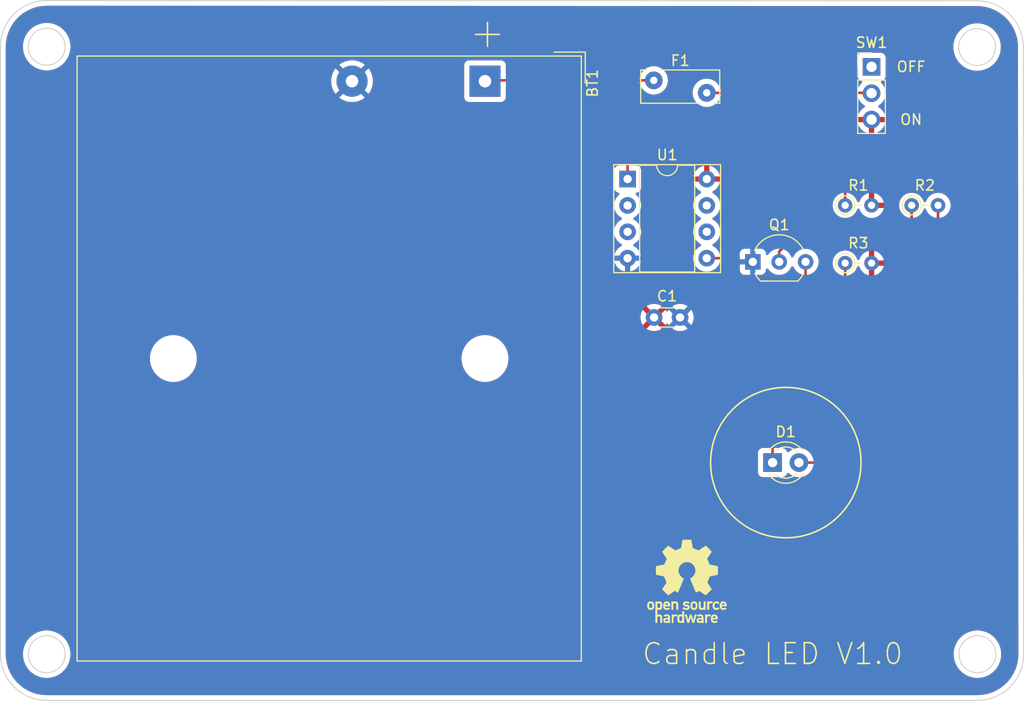
<source format=kicad_pcb>
(kicad_pcb (version 20211014) (generator pcbnew)
  (layers (0 "F.Cu" signal) (31 "B.Cu" signal) (34 "B.Paste" user) (35 "F.Paste" user) (36 "B.SilkS" user "B.Silkscreen") (37 "F.SilkS" user "F.Silkscreen") (38 "B.Mask" user) (39 "F.Mask" user) (44 "Edge.Cuts" user))
  (net 0 "")
  (net 1 "Net-(BT1-Pad1)")
  (net 2 "Net-(D1-Pad2)")
  (net 3 "Net-(R1-Pad1)")
  (net 4 "+BATT")
  (net 5 "GND")
  (net 10 "Net-(R2-Pad1)")
  (net 11 "Net-(F1-Pad2)")
  (net 13 "Net-(D1-Pad1)")
  (net 14 "Net-(Q1-Pad2)")
  (footprint "Package_DIP:DIP-8_W7.62mm_Socket" (layer "F.Cu") (at 102.245 98.435)
    (fp_text reference "U1" (at 3.81 -2.33) (layer "F.SilkS"))
    (fp_text value "ATtiny85-20P")
    (fp_line (start 1.16 8.95) (end 6.46 8.95) (layer "F.SilkS") (width 0.12))
    (fp_line (start 1.16 -1.33) (end 1.16 8.95) (layer "F.SilkS") (width 0.12))
    (fp_line (start -1.33 9.01) (end 8.95 9.01) (layer "F.SilkS") (width 0.12))
    (fp_line (start 8.95 -1.39) (end -1.33 -1.39) (layer "F.SilkS") (width 0.12))
    (fp_line (start 6.46 8.95) (end 6.46 -1.33) (layer "F.SilkS") (width 0.12))
    (fp_line (start 6.46 -1.33) (end 4.81 -1.33) (layer "F.SilkS") (width 0.12))
    (fp_line (start 2.81 -1.33) (end 1.16 -1.33) (layer "F.SilkS") (width 0.12))
    (fp_line (start -1.33 -1.39) (end -1.33 9.01) (layer "F.SilkS") (width 0.12))
    (fp_line (start 8.95 9.01) (end 8.95 -1.39) (layer "F.SilkS") (width 0.12))
    (fp_arc (start 4.81 -1.33) (mid 3.81 -0.33) (end 2.81 -1.33) (layer "F.SilkS") (width 0.12))
    (pad "1" thru_hole rect locked (at 0 0) (size 1.6 1.6) (drill 0.8) (layers *.Cu *.Mask) (net 3 "Net-(R1-Pad1)"))
    (pad "2" thru_hole oval locked (at 0 2.54) (size 1.6 1.6) (drill 0.8) (layers *.Cu *.Mask))
    (pad "3" thru_hole oval locked (at 0 5.08) (size 1.6 1.6) (drill 0.8) (layers *.Cu *.Mask))
    (pad "4" thru_hole oval locked (at 0 7.62) (size 1.6 1.6) (drill 0.8) (layers *.Cu *.Mask) (net 5 "GND"))
    (pad "5" thru_hole oval locked (at 7.62 7.62) (size 1.6 1.6) (drill 0.8) (layers *.Cu *.Mask) (net 10 "Net-(R2-Pad1)"))
    (pad "6" thru_hole oval locked (at 7.62 5.08) (size 1.6 1.6) (drill 0.8) (layers *.Cu *.Mask))
    (pad "7" thru_hole oval locked (at 7.62 2.54) (size 1.6 1.6) (drill 0.8) (layers *.Cu *.Mask))
    (pad "8" thru_hole oval locked (at 7.62 0) (size 1.6 1.6) (drill 0.8) (layers *.Cu *.Mask) (net 4 "+BATT"))
  )
  (footprint "Symbol:OSHW-Logo_7.5x8mm_SilkScreen" (layer "F.Cu") (at 107.95 137.16)
    (fp_text reference "REF**" hide)
    (fp_text value "OSHW-Logo_7.5x8mm_SilkScreen" hide)
    (fp_poly (pts (xy -3.373216 1.947104) (xy -3.285795 1.985754) (xy -3.21943 2.05029) (xy -3.174024 2.140812) (xy -3.149482 2.257418) (xy -3.147723 2.275624) (xy -3.146344 2.403984) (xy -3.164216 2.516496) (xy -3.20025 2.607688) (xy -3.219545 2.637022) (xy -3.286755 2.699106) (xy -3.37235 2.739316) (xy -3.46811 2.756003) (xy -3.565813 2.747517) (xy -3.640083 2.72138) (xy -3.703953 2.677335) (xy -3.756154 2.619587) (xy -3.757057 2.618236) (xy -3.778256 2.582593) (xy -3.792033 2.546752) (xy -3.800376 2.501519) (xy -3.805273 2.437701) (xy -3.807431 2.385368) (xy -3.808329 2.33791) (xy -3.641257 2.33791) (xy -3.639624 2.385154) (xy -3.633696 2.448046) (xy -3.623239 2.488407) (xy -3.604381 2.517122) (xy -3.586719 2.533896) (xy -3.524106 2.569016) (xy -3.458592 2.57371) (xy -3.397579 2.54844) (xy -3.367072 2.520124) (xy -3.345089 2.491589) (xy -3.332231 2.464284) (xy -3.326588 2.42875) (xy -3.326249 2.375524) (xy -3.327988 2.326506) (xy -3.331729 2.256482) (xy -3.337659 2.211064) (xy -3.348347 2.18144) (xy -3.366361 2.158797) (xy -3.380637 2.145855) (xy -3.440349 2.11186) (xy -3.504766 2.110165) (xy -3.558781 2.130301) (xy -3.60486 2.172352) (xy -3.632311 2.241428) (xy -3.641257 2.33791) (xy -3.808329 2.33791) (xy -3.809401 2.281299) (xy -3.806036 2.203468) (xy -3.795955 2.14493) (xy -3.777774 2.098737) (xy -3.75011 2.057942) (xy -3.739854 2.045828) (xy -3.675722 1.985474) (xy -3.606934 1.95022) (xy -3.522811 1.93545) (xy -3.481791 1.934243) (xy -3.373216 1.947104)) (layer "F.SilkS") (width 0.01) (fill solid))
    (fp_poly (pts (xy 3.558784 1.935554) (xy 3.601574 1.945949) (xy 3.683609 1.984013) (xy 3.753757 2.042149) (xy 3.802305 2.111852) (xy 3.808975 2.127502) (xy 3.818124 2.168496) (xy 3.824529 2.229138) (xy 3.82671 2.29043) (xy 3.82671 2.406316) (xy 3.584407 2.406316) (xy 3.484471 2.406693) (xy 3.414069 2.408987) (xy 3.369313 2.414938) (xy 3.346315 2.426285) (xy 3.341189 2.444771) (xy 3.350048 2.472136) (xy 3.365917 2.504155) (xy 3.410184 2.557592) (xy 3.471699 2.584215) (xy 3.546885 2.583347) (xy 3.632053 2.554371) (xy 3.705659 2.518611) (xy 3.766734 2.566904) (xy 3.82781 2.615197) (xy 3.770351 2.668285) (xy 3.693641 2.718445) (xy 3.599302 2.748688) (xy 3.497827 2.757151) (xy 3.399711 2.741974) (xy 3.383881 2.736824) (xy 3.297647 2.691791) (xy 3.233501 2.624652) (xy 3.190091 2.533405) (xy 3.166064 2.416044) (xy 3.165784 2.413529) (xy 3.163633 2.285627) (xy 3.172329 2.239997) (xy 3.342105 2.239997) (xy 3.357697 2.247013) (xy 3.400029 2.252388) (xy 3.462434 2.255457) (xy 3.501981 2.255921) (xy 3.575728 2.25563) (xy 3.62184 2.253783) (xy 3.6461 2.248912) (xy 3.654294 2.239555) (xy 3.652206 2.224245) (xy 3.650455 2.218322) (xy 3.62056 2.162668) (xy 3.573542 2.117815) (xy 3.532049 2.098105) (xy 3.476926 2.099295) (xy 3.421068 2.123875) (xy 3.374212 2.16457) (xy 3.346094 2.214108) (xy 3.342105 2.239997) (xy 3.172329 2.239997) (xy 3.185074 2.173133) (xy 3.227611 2.078727) (xy 3.288747 2.005088) (xy 3.365985 1.954893) (xy 3.45683 1.930822) (xy 3.558784 1.935554)) (layer "F.SilkS") (width 0.01) (fill solid))
    (fp_poly (pts (xy -1.320119 3.193486) (xy -1.295112 3.200982) (xy -1.28705 3.217451) (xy -1.286711 3.224886) (xy -1.285264 3.245594) (xy -1.275302 3.248845) (xy -1.248388 3.234648) (xy -1.232402 3.224948) (xy -1.181967 3.204175) (xy -1.121728 3.193904) (xy -1.058566 3.193114) (xy -0.999363 3.200786) (xy -0.950998 3.215898) (xy -0.920354 3.237432) (xy -0.914311 3.264366) (xy -0.917361 3.27166) (xy -0.939594 3.301937) (xy -0.97407 3.339175) (xy -0.980306 3.345195) (xy -1.013167 3.372875) (xy -1.04152 3.381818) (xy -1.081173 3.375576) (xy -1.097058 3.371429) (xy -1.146491 3.361467) (xy -1.181248 3.365947) (xy -1.2106 3.381746) (xy -1.237487 3.402949) (xy -1.25729 3.429614) (xy -1.271052 3.466827) (xy -1.279816 3.519673) (xy -1.284626 3.593237) (xy -1.286526 3.692605) (xy -1.286711 3.752601) (xy -1.286711 4.010526) (xy -1.453816 4.010526) (xy -1.453816 3.19171) (xy -1.370264 3.19171) (xy -1.320119 3.193486)) (layer "F.SilkS") (width 0.01) (fill solid))
    (fp_poly (pts (xy -1.802982 1.957027) (xy -1.78633 1.964866) (xy -1.728695 2.007086) (xy -1.674195 2.0687) (xy -1.633501 2.136543) (xy -1.621926 2.167734) (xy -1.611366 2.223449) (xy -1.605069 2.290781) (xy -1.604304 2.318585) (xy -1.604211 2.406316) (xy -2.10915 2.406316) (xy -2.098387 2.45227) (xy -2.071967 2.50662) (xy -2.025778 2.553591) (xy -1.970828 2.583848) (xy -1.935811 2.590131) (xy -1.888323 2.582506) (xy -1.831665 2.563383) (xy -1.812418 2.554584) (xy -1.741241 2.519036) (xy -1.680498 2.565367) (xy -1.645448 2.596703) (xy -1.626798 2.622567) (xy -1.625853 2.630158) (xy -1.642515 2.648556) (xy -1.67903 2.676515) (xy -1.712172 2.698327) (xy -1.801607 2.737537) (xy -1.901871 2.755285) (xy -2.001246 2.75067) (xy -2.080461 2.726551) (xy -2.16212 2.674884) (xy -2.220151 2.606856) (xy -2.256454 2.518843) (xy -2.272928 2.407216) (xy -2.274389 2.356138) (xy -2.268543 2.239091) (xy -2.267825 2.235686) (xy -2.100511 2.235686) (xy -2.095903 2.246662) (xy -2.076964 2.252715) (xy -2.037902 2.25531) (xy -1.972923 2.25591) (xy -1.947903 2.255921) (xy -1.871779 2.255014) (xy -1.823504 2.25172) (xy -1.79754 2.245181) (xy -1.788352 2.234537) (xy -1.788027 2.231119) (xy -1.798513 2.203956) (xy -1.824758 2.165903) (xy -1.836041 2.152579) (xy -1.877928 2.114896) (xy -1.921591 2.10008) (xy -1.945115 2.098842) (xy -2.008757 2.114329) (xy -2.062127 2.15593) (xy -2.095981 2.216353) (xy -2.096581 2.218322) (xy -2.100511 2.235686) (xy -2.267825 2.235686) (xy -2.249101 2.146928) (xy -2.214078 2.07319) (xy -2.171244 2.020848) (xy -2.092052 1.964092) (xy -1.99896 1.933762) (xy -1.899945 1.931021) (xy -1.802982 1.957027)) (layer "F.SilkS") (width 0.01) (fill solid))
    (fp_poly (pts (xy 0.37413 3.195104) (xy 0.44022 3.200066) (xy 0.526626 3.459079) (xy 0.613031 3.718092) (xy 0.640124 3.626184) (xy 0.656428 3.569384) (xy 0.677875 3.492625) (xy 0.701035 3.408251) (xy 0.71328 3.362993) (xy 0.759344 3.19171) (xy 0.949387 3.19171) (xy 0.892582 3.371349) (xy 0.864607 3.459704) (xy 0.830813 3.566281) (xy 0.79552 3.677454) (xy 0.764013 3.776579) (xy 0.69225 4.002171) (xy 0.537286 4.012253) (xy 0.49527 3.873528) (xy 0.469359 3.787351) (xy 0.441083 3.692347) (xy 0.416369 3.608441) (xy 0.415394 3.605102) (xy 0.396935 3.548248) (xy 0.380649 3.509456) (xy 0.369242 3.494787) (xy 0.366898 3.496483) (xy 0.358671 3.519225) (xy 0.343038 3.56794) (xy 0.321904 3.636502) (xy 0.29717 3.718785) (xy 0.283787 3.764046) (xy 0.211311 4.010526) (xy 0.057495 4.010526) (xy -0.065469 3.622006) (xy -0.100012 3.513022) (xy -0.131479 3.414048) (xy -0.158384 3.329736) (xy -0.179241 3.264734) (xy -0.192562 3.223692) (xy -0.196612 3.211701) (xy -0.193406 3.199423) (xy -0.168235 3.194046) (xy -0.115854 3.194584) (xy -0.107655 3.19499) (xy -0.010518 3.200066) (xy 0.0531 3.434013) (xy 0.076484 3.519333) (xy 0.097381 3.594335) (xy 0.113951 3.652507) (xy 0.124354 3.687337) (xy 0.126276 3.693016) (xy 0.134241 3.686486) (xy 0.150304 3.652654) (xy 0.172621 3.596127) (xy 0.199345 3.52151) (xy 0.221937 3.454107) (xy 0.308041 3.190143) (xy 0.37413 3.195104)) (layer "F.SilkS") (width 0.01) (fill solid))
    (fp_poly (pts (xy -1.002043 1.952226) (xy -0.960454 1.97209) (xy -0.920175 2.000784) (xy -0.88949 2.033809) (xy -0.867139 2.075931) (xy -0.851864 2.131915) (xy -0.842408 2.206528) (xy -0.837513 2.304535) (xy -0.835919 2.430702) (xy -0.835894 2.443914) (xy -0.835527 2.740526) (xy -1.019343 2.740526) (xy -1.019343 2.467081) (xy -1.019473 2.365777) (xy -1.020379 2.292353) (xy -1.022827 2.241271) (xy -1.027586 2.20699) (xy -1.035426 2.183971) (xy -1.047115 2.166673) (xy -1.063398 2.149581) (xy -1.120366 2.112857) (xy -1.182555 2.106042) (xy -1.241801 2.129261) (xy -1.262405 2.146543) (xy -1.27753 2.162791) (xy -1.28839 2.180191) (xy -1.29569 2.204212) (xy -1.300137 2.240322) (xy -1.302436 2.293988) (xy -1.303296 2.37068) (xy -1.303422 2.464043) (xy -1.303422 2.740526) (xy -1.487237 2.740526) (xy -1.487237 1.938421) (xy -1.395329 1.938421) (xy -1.340149 1.940603) (xy -1.31168 1.948351) (xy -1.303425 1.963468) (xy -1.303422 1.963916) (xy -1.299592 1.97872) (xy -1.282699 1.97704) (xy -1.249112 1.960773) (xy -1.172937 1.93684) (xy -1.0858 1.934178) (xy -1.002043 1.952226)) (layer "F.SilkS") (width 0.01) (fill solid))
    (fp_poly (pts (xy 1.379992 3.196673) (xy 1.450427 3.21378) (xy 1.470787 3.222844) (xy 1.510253 3.246583) (xy 1.540541 3.273321) (xy 1.562952 3.307699) (xy 1.578786 3.35436) (xy 1.589343 3.417946) (xy 1.595924 3.503099) (xy 1.599828 3.614462) (xy 1.60131 3.688849) (xy 1.606765 4.010526) (xy 1.51358 4.010526) (xy 1.457047 4.008156) (xy 1.427922 4.000055) (xy 1.420394 3.986451) (xy 1.41642 3.971741) (xy 1.398652 3.974554) (xy 1.37444 3.986348) (xy 1.313828 4.004427) (xy 1.235929 4.009299) (xy 1.153995 4.00133) (xy 1.081281 3.980889) (xy 1.074759 3.978051) (xy 1.008302 3.931365) (xy 0.964491 3.866464) (xy 0.944332 3.7906) (xy 0.945872 3.763344) (xy 1.110345 3.763344) (xy 1.124837 3.800024) (xy 1.167805 3.826309) (xy 1.237129 3.840417) (xy 1.274177 3.84229) (xy 1.335919 3.837494) (xy 1.37696 3.818858) (xy 1.386973 3.81) (xy 1.4141 3.761806) (xy 1.420394 3.718092) (xy 1.420394 3.659605) (xy 1.33893 3.659605) (xy 1.244234 3.664432) (xy 1.177813 3.679613) (xy 1.135846 3.7062) (xy 1.126449 3.718052) (xy 1.110345 3.763344) (xy 0.945872 3.763344) (xy 0.948829 3.711026) (xy 0.978985 3.634995) (xy 1.020131 3.583612) (xy 1.045052 3.561397) (xy 1.069448 3.546798) (xy 1.101191 3.537897) (xy 1.148152 3.532775) (xy 1.218204 3.529515) (xy 1.24599 3.528577) (xy 1.420394 3.522879) (xy 1.420138 3.470091) (xy 1.413384 3.414603) (xy 1.388964 3.381052) (xy 1.33963 3.359618) (xy 1.338306 3.359236) (xy 1.26836 3.350808) (xy 1.199914 3.361816) (xy 1.149047 3.388585) (xy 1.128637 3.401803) (xy 1.106654 3.399974) (xy 1.072826 3.380824) (xy 1.052961 3.367308) (xy 1.014106 3.338432) (xy 0.990038 3.316786) (xy 0.986176 3.310589) (xy 1.002079 3.278519) (xy 1.049065 3.240219) (xy 1.069473 3.227297) (xy 1.128143 3.205041) (xy 1.207212 3.192432) (xy 1.295041 3.1896) (xy 1.379992 3.196673)) (layer "F.SilkS") (width 0.01) (fill solid))
    (fp_poly (pts (xy 0.811669 1.94831) (xy 0.896192 1.99434) (xy 0.962321 2.067006) (xy 0.993478 2.126106) (xy 1.006855 2.178305) (xy 1.015522 2.252719) (xy 1.019237 2.338442) (xy 1.017754 2.424569) (xy 1.010831 2.500193) (xy 1.002745 2.540584) (xy 0.975465 2.59584) (xy 0.92822 2.65453) (xy 0.871282 2.705852) (xy 0.814924 2.739005) (xy 0.81355 2.739531) (xy 0.743616 2.754018) (xy 0.660737 2.754377) (xy 0.581977 2.741188) (xy 0.551566 2.730617) (xy 0.473239 2.686201) (xy 0.417143 2.628007) (xy 0.380286 2.550965) (xy 0.35968 2.450001) (xy 0.355018 2.397116) (xy 0.355613 2.330663) (xy 0.534736 2.330663) (xy 0.54077 2.42763) (xy 0.558138 2.501523) (xy 0.58574 2.548736) (xy 0.605404 2.562237) (xy 0.655787 2.571651) (xy 0.715673 2.568864) (xy 0.767449 2.555316) (xy 0.781027 2.547862) (xy 0.816849 2.504451) (xy 0.840493 2.438014) (xy 0.850558 2.357161) (xy 0.845642 2.270502) (xy 0.834655 2.218349) (xy 0.803109 2.157951) (xy 0.753311 2.120197) (xy 0.693337 2.107143) (xy 0.631264 2.120849) (xy 0.583582 2.154372) (xy 0.558525 2.182031) (xy 0.5439 2.209294) (xy 0.536929 2.24619) (xy 0.534833 2.30275) (xy 0.534736 2.330663) (xy 0.355613 2.330663) (xy 0.356282 2.255994) (xy 0.379265 2.140271) (xy 0.423972 2.049941) (xy 0.490405 1.985) (xy 0.578565 1.945445) (xy 0.597495 1.940858) (xy 0.711266 1.93009) (xy 0.811669 1.94831)) (layer "F.SilkS") (width 0.01) (fill solid))
    (fp_poly (pts (xy 2.173167 3.191447) (xy 2.237408 3.204112) (xy 2.27398 3.222864) (xy 2.312453 3.254017) (xy 2.257717 3.323127) (xy 2.223969 3.364979) (xy 2.201053 3.385398) (xy 2.178279 3.388517) (xy 2.144956 3.378472) (xy 2.129314 3.372789) (xy 2.065542 3.364404) (xy 2.00714 3.382378) (xy 1.964264 3.422982) (xy 1.957299 3.435929) (xy 1.949713 3.470224) (xy 1.943859 3.533427) (xy 1.940011 3.62106) (xy 1.938443 3.72864) (xy 1.938421 3.743944) (xy 1.938421 4.010526) (xy 1.754605 4.010526) (xy 1.754605 3.19171) (xy 1.846513 3.19171) (xy 1.899507 3.193094) (xy 1.927115 3.199252) (xy 1.937324 3.213194) (xy 1.938421 3.226344) (xy 1.938421 3.260978) (xy 1.98245 3.226344) (xy 2.032937 3.202716) (xy 2.10076 3.191033) (xy 2.173167 3.191447)) (layer "F.SilkS") (width 0.01) (fill solid))
    (fp_poly (pts (xy 1.320131 2.198533) (xy 1.32171 2.321089) (xy 1.327481 2.414179) (xy 1.338991 2.481651) (xy 1.35779 2.527355) (xy 1.385426 2.555139) (xy 1.423448 2.568854) (xy 1.470526 2.572358) (xy 1.519832 2.568432) (xy 1.557283 2.554089) (xy 1.584428 2.525478) (xy 1.602815 2.478751) (xy 1.613993 2.410058) (xy 1.619511 2.31555) (xy 1.620921 2.198533) (xy 1.620921 1.938421) (xy 1.804736 1.938421) (xy 1.804736 2.740526) (xy 1.712828 2.740526) (xy 1.657422 2.738281) (xy 1.628891 2.730396) (xy 1.620921 2.715428) (xy 1.61612 2.702097) (xy 1.597014 2.704917) (xy 1.558504 2.723783) (xy 1.470239 2.752887) (xy 1.376623 2.750825) (xy 1.286921 2.719221) (xy 1.244204 2.694257) (xy 1.211621 2.667226) (xy 1.187817 2.633405) (xy 1.171439 2.588068) (xy 1.161131 2.526489) (xy 1.155541 2.443943) (xy 1.153312 2.335705) (xy 1.153026 2.252004) (xy 1.153026 1.938421) (xy 1.320131 1.938421) (xy 1.320131 2.198533)) (layer "F.SilkS") (width 0.01) (fill solid))
    (fp_poly (pts (xy 2.391388 1.937645) (xy 2.448865 1.955206) (xy 2.485872 1.977395) (xy 2.497927 1.994942) (xy 2.494609 2.015742) (xy 2.473079 2.048419) (xy 2.454874 2.071562) (xy 2.417344 2.113402) (xy 2.389148 2.131005) (xy 2.365111 2.129856) (xy 2.293808 2.11171) (xy 2.241442 2.112534) (xy 2.198918 2.133098) (xy 2.184642 2.145134) (xy 2.138947 2.187483) (xy 2.138947 2.740526) (xy 1.955131 2.740526) (xy 1.955131 1.938421) (xy 2.047039 1.938421) (xy 2.102219 1.940603) (xy 2.130688 1.948351) (xy 2.138943 1.963468) (xy 2.138947 1.963916) (xy 2.142845 1.979749) (xy 2.160474 1.977684) (xy 2.184901 1.966261) (xy 2.23535 1.945005) (xy 2.276316 1.932216) (xy 2.329028 1.928938) (xy 2.391388 1.937645)) (layer "F.SilkS") (width 0.01) (fill solid))
    (fp_poly (pts (xy 0.018628 1.935547) (xy 0.081908 1.947548) (xy 0.147557 1.972648) (xy 0.154572 1.975848) (xy 0.204356 2.002026) (xy 0.238834 2.026353) (xy 0.249978 2.041937) (xy 0.239366 2.067353) (xy 0.213588 2.104853) (xy 0.202146 2.118852) (xy 0.154992 2.173954) (xy 0.094201 2.138086) (xy 0.036347 2.114192) (xy -0.0305 2.10142) (xy -0.094606 2.100613) (xy -0.144236 2.112615) (xy -0.156146 2.120105) (xy -0.178828 2.15445) (xy -0.181584 2.194013) (xy -0.164612 2.22492) (xy -0.154573 2.230913) (xy -0.12449 2.238357) (xy -0.071611 2.247106) (xy -0.006425 2.255467) (xy 0.0056 2.256778) (xy 0.110297 2.274888) (xy 0.186232 2.305651) (xy 0.236592 2.351907) (xy 0.264564 2.416497) (xy 0.273278 2.495387) (xy 0.26124 2.585065) (xy 0.222151 2.655486) (xy 0.155855 2.706777) (xy 0.062194 2.739067) (xy -0.041777 2.751807) (xy -0.126562 2.751654) (xy -0.195335 2.740083) (xy -0.242303 2.724109) (xy -0.30165 2.696275) (xy -0.356494 2.663973) (xy -0.375987 2.649755) (xy -0.426119 2.608835) (xy -0.305197 2.486477) (xy -0.236457 2.531967) (xy -0.167512 2.566133) (xy -0.093889 2.584004) (xy -0.023117 2.585889) (xy 0.037274 2.572101) (xy 0.079757 2.542949) (xy 0.093474 2.518352) (xy 0.091417 2.478904) (xy 0.05733 2.448737) (xy -0.008692 2.427906) (xy -0.081026 2.418279) (xy -0.192348 2.39991) (xy -0.275048 2.365254) (xy -0.330235 2.313297) (xy -0.359012 2.243023) (xy -0.362999 2.159707) (xy -0.343307 2.072681) (xy -0.298411 2.006902) (xy -0.227909 1.962068) (xy -0.131399 1.937879) (xy -0.0599 1.933137) (xy 0.018628 1.935547)) (layer "F.SilkS") (width 0.01) (fill solid))
    (fp_poly (pts (xy 0.500964 -3.601424) (xy 0.576513 -3.200678) (xy 1.134041 -2.970846) (xy 1.468465 -3.198252) (xy 1.562122 -3.261569) (xy 1.646782 -3.318104) (xy 1.718495 -3.365273) (xy 1.773311 -3.400498) (xy 1.80728 -3.421195) (xy 1.81653 -3.425658) (xy 1.833195 -3.41418) (xy 1.868806 -3.382449) (xy 1.919371 -3.334517) (xy 1.9809 -3.274438) (xy 2.049399 -3.206267) (xy 2.120879 -3.134055) (xy 2.191347 -3.061858) (xy 2.256811 -2.993727) (xy 2.31328 -2.933717) (xy 2.356763 -2.885881) (xy 2.383268 -2.854273) (xy 2.389605 -2.843695) (xy 2.380486 -2.824194) (xy 2.35492 -2.781469) (xy 2.315597 -2.719702) (xy 2.265203 -2.643069) (xy 2.206427 -2.555752) (xy 2.172368 -2.505948) (xy 2.110289 -2.415007) (xy 2.055126 -2.332941) (xy 2.009554 -2.263837) (xy 1.97625 -2.211778) (xy 1.95789 -2.18085) (xy 1.955131 -2.17435) (xy 1.961385 -2.155879) (xy 1.978434 -2.112828) (xy 2.003703 -2.051251) (xy 2.034622 -1.977201) (xy 2.068618 -1.89673) (xy 2.103118 -1.815893) (xy 2.135551 -1.740742) (xy 2.163343 -1.677329) (xy 2.183923 -1.631707) (xy 2.194719 -1.609931) (xy 2.195356 -1.609074) (xy 2.212307 -1.604916) (xy 2.257451 -1.595639) (xy 2.32611 -1.582156) (xy 2.413602 -1.565379) (xy 2.51525 -1.546219) (xy 2.574556 -1.53517) (xy 2.683172 -1.51449) (xy 2.781277 -1.494811) (xy 2.863909 -1.477211) (xy 2.926104 -1.462767) (xy 2.962899 -1.452554) (xy 2.970296 -1.449314) (xy 2.97754 -1.427383) (xy 2.983385 -1.377853) (xy 2.987835 -1.306515) (xy 2.990893 -1.219161) (xy 2.992565 -1.121583) (xy 2.992853 -1.019574) (xy 2.991761 -0.918925) (xy 2.989294 -0.825428) (xy 2.985456 -0.744875) (xy 2.98025 -0.683058) (xy 2.973681 -0.64577) (xy 2.969741 -0.638007) (xy 2.946188 -0.628702) (xy 2.896282 -0.6154) (xy 2.826623 -0.599663) (xy 2.743813 -0.583054) (xy 2.714905 -0.577681) (xy 2.575531 -0.552152) (xy 2.465436 -0.531592) (xy 2.380982 -0.515185) (xy 2.31853 -0.502113) (xy 2.274444 -0.491559) (xy 2.245085 -0.482706) (xy 2.226815 -0.474737) (xy 2.215998 -0.466835) (xy 2.214485 -0.465273) (xy 2.199377 -0.440114) (xy 2.176329 -0.39115) (xy 2.147644 -0.324379) (xy 2.115622 -0.245795) (xy 2.082565 -0.161393) (xy 2.050773 -0.07717) (xy 2.022549 0.000879) (xy 2.000193 0.066759) (xy 1.986007 0.114473) (xy 1.982293 0.138027) (xy 1.982602 0.138852) (xy 1.995189 0.158104) (xy 2.023744 0.200463) (xy 2.065267 0.261521) (xy 2.116756 0.336868) (xy 2.175211 0.422096) (xy 2.191858 0.446315) (xy 2.251215 0.534123) (xy 2.303447 0.614238) (xy 2.345708 0.682062) (xy 2.375153 0.732993) (xy 2.388937 0.762431) (xy 2.389605 0.766048) (xy 2.378024 0.785057) (xy 2.346024 0.822714) (xy 2.297718 0.874973) (xy 2.23722 0.937786) (xy 2.168644 1.007106) (xy 2.096104 1.078885) (xy 2.023712 1.149077) (xy 1.955584 1.213635) (xy 1.895832 1.26851) (xy 1.848571 1.309656) (xy 1.817913 1.333026) (xy 1.809432 1.336842) (xy 1.789691 1.327855) (xy 1.749274 1.303616) (xy 1.694763 1.268209) (xy 1.652823 1.239711) (xy 1.576829 1.187418) (xy 1.486834 1.125845) (xy 1.396564 1.06437) (xy 1.348032 1.031469) (xy 1.183762 0.920359) (xy 1.045869 0.994916) (xy 0.983049 1.027578) (xy 0.929629 1.052966) (xy 0.893484 1.067446) (xy 0.884284 1.06946) (xy 0.873221 1.054584) (xy 0.851394 1.012547) (xy 0.820434 0.947227) (xy 0.78197 0.8625) (xy 0.737632 0.762245) (xy 0.689047 0.650339) (xy 0.637846 0.530659) (xy 0.585659 0.407084) (xy 0.534113 0.283491) (xy 0.48484 0.163757) (xy 0.439467 0.051759) (xy 0.399625 -0.048623) (xy 0.366942 -0.133514) (xy 0.343049 -0.199035) (xy 0.329574 -0.24131) (xy 0.327406 -0.255828) (xy 0.344583 -0.274347) (xy 0.38219 -0.30441) (xy 0.432366 -0.339768) (xy 0.436578 -0.342566) (xy 0.566264 -0.446375) (xy 0.670834 -0.567485) (xy 0.749381 -0.702024) (xy 0.800999 -0.846118) (xy 0.824782 -0.995895) (xy 0.819823 -1.147483) (xy 0.785217 -1.297008) (xy 0.720057 -1.4406) (xy 0.700886 -1.472016) (xy 0.601174 -1.598875) (xy 0.483377 -1.700745) (xy 0.351571 -1.777096) (xy 0.209833 -1.827398) (xy 0.062242 -1.851121) (xy -0.087127 -1.847735) (xy -0.234197 -1.816712) (xy -0.374889 -1.75752) (xy -0.505127 -1.669631) (xy -0.545414 -1.633958) (xy -0.647945 -1.522294) (xy -0.722659 -1.404743) (xy -0.77391 -1.27298) (xy -0.802454 -1.142493) (xy -0.8095 -0.995784) (xy -0.786004 -0.848347) (xy -0.734351 -0.705166) (xy -0.656929 -0.571223) (xy -0.556125 -0.451502) (xy -0.434324 -0.350986) (xy -0.418316 -0.340391) (xy -0.367602 -0.305694) (xy -0.32905 -0.27563) (xy -0.310619 -0.256435) (xy -0.310351 -0.255828) (xy -0.314308 -0.235064) (xy -0.329993 -0.187938) (xy -0.355778 -0.118327) (xy -0.390031 -0.030107) (xy -0.431123 0.072844) (xy -0.477424 0.18665) (xy -0.527304 0.307435) (xy -0.579133 0.431321) (xy -0.631281 0.554432) (xy -0.682118 0.672891) (xy -0.730013 0.782823) (xy -0.773338 0.880349) (xy -0.810462 0.961593) (xy -0.839756 1.022679) (xy -0.859588 1.05973) (xy -0.867574 1.06946) (xy -0.891979 1.061883) (xy -0.937642 1.04156) (xy -0.99669 1.012125) (xy -1.02916 0.994916) (xy -1.167053 0.920359) (xy -1.331323 1.031469) (xy -1.415179 1.08839) (xy -1.506987 1.15103) (xy -1.59302 1.210011) (xy -1.636113 1.239711) (xy -1.696723 1.28041) (xy -1.748045 1.312663) (xy -1.783385 1.332384) (xy -1.794863 1.336554) (xy -1.81157 1.325307) (xy -1.848546 1.293911) (xy -1.902205 1.245624) (xy -1.968962 1.183708) (xy -2.045234 1.111421) (xy -2.093473 1.065008) (xy -2.177867 0.982087) (xy -2.250803 0.90792) (xy -2.309331 0.84568) (xy -2.350503 0.798541) (xy -2.371372 0.769673) (xy -2.373374 0.763815) (xy -2.364083 0.741532) (xy -2.338409 0.696477) (xy -2.2992 0.633211) (xy -2.249303 0.556295) (xy -2.191567 0.470292) (xy -2.175149 0.446315) (xy -2.115323 0.35917) (xy -2.06165 0.28071) (xy -2.01713 0.215345) (xy -1.984765 0.167484) (xy -1.967555 0.141535) (xy -1.965893 0.138852) (xy -1.968379 0.118172) (xy -1.981577 0.072704) (xy -2.003186 0.008444) (xy -2.030904 -0.068613) (xy -2.06243 -0.152471) (xy -2.095463 -0.237134) (xy -2.127701 -0.316608) (xy -2.156843 -0.384896) (xy -2.180588 -0.436003) (xy -2.196635 -0.463933) (xy -2.197775 -0.465273) (xy -2.207588 -0.473255) (xy -2.224161 -0.481149) (xy -2.251132 -0.489771) (xy -2.292139 -0.499938) (xy -2.35082 -0.512469) (xy -2.430813 -0.528179) (xy -2.535755 -0.547887) (xy -2.669285 -0.572408) (xy -2.698196 -0.577681) (xy -2.783882 -0.594236) (xy -2.858582 -0.610431) (xy -2.915694 -0.624704) (xy -2.948617 -0.635492) (xy -2.953031 -0.638007) (xy -2.960306 -0.660304) (xy -2.966219 -0.710131) (xy -2.970766 -0.781696) (xy -2.973945 -0.869207) (xy -2.975749 -0.966872) (xy -2.976177 -1.068899) (xy -2.975223 -1.169497) (xy -2.972884 -1.262873) (xy -2.969156 -1.343235) (xy -2.964034 -1.404791) (xy -2.957516 -1.44175) (xy -2.953586 -1.449314) (xy -2.931708 -1.456944) (xy -2.881891 -1.469358) (xy -2.809097 -1.485478) (xy -2.718289 -1.504227) (xy -2.614431 -1.524529) (xy -2.557846 -1.53517) (xy -2.450486 -1.55524) (xy -2.354746 -1.57342) (xy -2.275306 -1.588801) (xy -2.216846 -1.600469) (xy -2.184045 -1.607512) (xy -2.178646 -1.609074) (xy -2.169522 -1.626678) (xy -2.150235 -1.669082) (xy -2.123355 -1.730228) (xy -2.091454 -1.804057) (xy -2.057102 -1.884511) (xy -2.022871 -1.965532) (xy -1.991331 -2.041063) (xy -1.965054 -2.105045) (xy -1.946611 -2.15142) (xy -1.938571 -2.174131) (xy -1.938422 -2.175124) (xy -1.947535 -2.193039) (xy -1.973086 -2.234267) (xy -2.012388 -2.294709) (xy -2.062757 -2.370269) (xy -2.121506 -2.456848) (xy -2.155658 -2.506579) (xy -2.21789 -2.597764) (xy -2.273164 -2.680551) (xy -2.318782 -2.750751) (xy -2.352048 -2.804176) (xy -2.370264 -2.836639) (xy -2.372895 -2.843917) (xy -2.361586 -2.860855) (xy -2.330319 -2.897022) (xy -2.28309 -2.948365) (xy -2.223892 -3.010833) (xy -2.156719 -3.080374) (xy -2.085566 -3.152935) (xy -2.014426 -3.224465) (xy -1.947293 -3.290913) (xy -1.888161 -3.348226) (xy -1.841025 -3.392353) (xy -1.809877 -3.419241) (xy -1.799457 -3.425658) (xy -1.782491 -3.416635) (xy -1.741911 -3.391285) (xy -1.681663 -3.35219) (xy -1.605693 -3.301929) (xy -1.517946 -3.243083) (xy -1.451756 -3.198252) (xy -1.117332 -2.970846) (xy -0.838567 -3.085762) (xy -0.559803 -3.200678) (xy -0.484254 -3.601424) (xy -0.408706 -4.002171) (xy 0.425415 -4.002171) (xy 0.500964 -3.601424)) (layer "F.SilkS") (width 0.01) (fill solid))
    (fp_poly (pts (xy 2.701193 3.196078) (xy 2.781068 3.216845) (xy 2.847962 3.259705) (xy 2.880351 3.291723) (xy 2.933445 3.367413) (xy 2.963873 3.455216) (xy 2.974327 3.56315) (xy 2.97438 3.571875) (xy 2.974473 3.659605) (xy 2.469534 3.659605) (xy 2.480298 3.705559) (xy 2.499732 3.747178) (xy 2.533745 3.790544) (xy 2.54086 3.797467) (xy 2.602003 3.834935) (xy 2.671729 3.841289) (xy 2.751987 3.816638) (xy 2.765592 3.81) (xy 2.807319 3.789819) (xy 2.835268 3.778321) (xy 2.840145 3.777258) (xy 2.857168 3.787583) (xy 2.889633 3.812845) (xy 2.906114 3.82665) (xy 2.940264 3.858361) (xy 2.951478 3.879299) (xy 2.943695 3.89856) (xy 2.939535 3.903827) (xy 2.911357 3.926878) (xy 2.864862 3.954892) (xy 2.832434 3.971246) (xy 2.740385 4.000059) (xy 2.638476 4.009395) (xy 2.541963 3.998332) (xy 2.514934 3.990412) (xy 2.431276 3.945581) (xy 2.369266 3.876598) (xy 2.328545 3.782794) (xy 2.308755 3.663498) (xy 2.306582 3.601118) (xy 2.312926 3.510298) (xy 2.473157 3.510298) (xy 2.488655 3.517012) (xy 2.530312 3.52228) (xy 2.590876 3.525389) (xy 2.631907 3.525921) (xy 2.705711 3.525408) (xy 2.752293 3.523006) (xy 2.777848 3.517422) (xy 2.788569 3.507361) (xy 2.790657 3.492763) (xy 2.776331 3.447796) (xy 2.740262 3.403353) (xy 2.692815 3.369242) (xy 2.645349 3.355288) (xy 2.580879 3.367666) (xy 2.52507 3.403452) (xy 2.486374 3.455033) (xy 2.473157 3.510298) (xy 2.312926 3.510298) (xy 2.315821 3.468866) (xy 2.344336 3.363498) (xy 2.392729 3.284178) (xy 2.461604 3.230071) (xy 2.551565 3.200343) (xy 2.6003 3.194618) (xy 2.701193 3.196078)) (layer "F.SilkS") (width 0.01) (fill solid))
    (fp_poly (pts (xy -1.839543 3.198184) (xy -1.76093 3.21916) (xy -1.701084 3.25718) (xy -1.658853 3.306978) (xy -1.645725 3.32823) (xy -1.636032 3.350492) (xy -1.629256 3.37897) (xy -1.624877 3.418871) (xy -1.622376 3.475401) (xy -1.621232 3.553767) (xy -1.620928 3.659176) (xy -1.620922 3.687142) (xy -1.620922 4.010526) (xy -1.701132 4.010526) (xy -1.752294 4.006943) (xy -1.790123 3.997866) (xy -1.799601 3.992268) (xy -1.825512 3.982606) (xy -1.851976 3.992268) (xy -1.895548 4.00433) (xy -1.95884 4.009185) (xy -2.02899 4.007078) (xy -2.09314 3.998256) (xy -2.130593 3.986937) (xy -2.203067 3.940412) (xy -2.24836 3.875846) (xy -2.268722 3.79) (xy -2.268912 3.787796) (xy -2.267125 3.749713) (xy -2.105527 3.749713) (xy -2.091399 3.79303) (xy -2.068388 3.817408) (xy -2.022196 3.835845) (xy -1.961225 3.843205) (xy -1.899051 3.839583) (xy -1.849249 3.825074) (xy -1.835297 3.815765) (xy -1.810915 3.772753) (xy -1.804737 3.723857) (xy -1.804737 3.659605) (xy -1.897182 3.659605) (xy -1.985005 3.666366) (xy -2.051582 3.68552) (xy -2.092998 3.715376) (xy -2.105527 3.749713) (xy -2.267125 3.749713) (xy -2.26451 3.694004) (xy -2.233576 3.619847) (xy -2.175419 3.563767) (xy -2.16738 3.558665) (xy -2.132837 3.542055) (xy -2.090082 3.531996) (xy -2.030314 3.527107) (xy -1.95931 3.525983) (xy -1.804737 3.525921) (xy -1.804737 3.461125) (xy -1.811294 3.41085) (xy -1.828025 3.377169) (xy -1.829984 3.375376) (xy -1.867217 3.360642) (xy -1.92342 3.354931) (xy -1.985533 3.357737) (xy -2.04049 3.368556) (xy -2.073101 3.384782) (xy -2.090772 3.39778) (xy -2.109431 3.400262) (xy -2.135181 3.389613) (xy -2.174127 3.363218) (xy -2.23237 3.318465) (xy -2.237716 3.314273) (xy -2.234977 3.29876) (xy -2.212124 3.27296) (xy -2.177391 3.244289) (xy -2.13901 3.220166) (xy -2.126952 3.21447) (xy -2.082966 3.203103) (xy -2.018513 3.194995) (xy -1.946503 3.191743) (xy -1.943136 3.191736) (xy -1.839543 3.198184)) (layer "F.SilkS") (width 0.01) (fill solid))
    (fp_poly (pts (xy -2.53664 1.952468) (xy -2.501408 1.969874) (xy -2.45796 2.000206) (xy -2.426294 2.033283) (xy -2.404606 2.074817) (xy -2.391097 2.130522) (xy -2.383962 2.206111) (xy -2.3814 2.307296) (xy -2.38125 2.350797) (xy -2.381688 2.446135) (xy -2.383504 2.514271) (xy -2.387455 2.561418) (xy -2.394298 2.59379) (xy -2.404789 2.6176) (xy -2.415704 2.633843) (xy -2.485381 2.702952) (xy -2.567434 2.744521) (xy -2.65595 2.757023) (xy -2.745019 2.738934) (xy -2.773237 2.726142) (xy -2.84079 2.690931) (xy -2.84079 3.2427) (xy -2.791488 3.217205) (xy -2.726527 3.19748) (xy -2.64668 3.192427) (xy -2.566948 3.201756) (xy -2.506735 3.222714) (xy -2.456792 3.262627) (xy -2.414119 3.319741) (xy -2.41091 3.325605) (xy -2.397378 3.353227) (xy -2.387495 3.381068) (xy -2.380691 3.414794) (xy -2.376399 3.460071) (xy -2.374049 3.522562) (xy -2.373072 3.607935) (xy -2.372895 3.70401) (xy -2.372895 4.010526) (xy -2.556711 4.010526) (xy -2.556711 3.445339) (xy -2.608125 3.402077) (xy -2.661534 3.367472) (xy -2.712112 3.36118) (xy -2.76297 3.377372) (xy -2.790075 3.393227) (xy -2.810249 3.41581) (xy -2.824597 3.44994) (xy -2.834224 3.500434) (xy -2.840237 3.572111) (xy -2.84374 3.669788) (xy -2.844974 3.734802) (xy -2.849145 4.002171) (xy -2.936875 4.007222) (xy -3.024606 4.012273) (xy -3.024606 2.353101) (xy -2.84079 2.353101) (xy -2.836104 2.4456) (xy -2.820312 2.509809) (xy -2.790817 2.549759) (xy -2.74502 2.56948) (xy -2.69875 2.573421) (xy -2.646372 2.568892) (xy -2.61161 2.551069) (xy -2.589872 2.527519) (xy -2.57276 2.502189) (xy -2.562573 2.473969) (xy -2.55804 2.434431) (xy -2.557891 2.375142) (xy -2.559416 2.325498) (xy -2.562919 2.25071) (xy -2.568133 2.201611) (xy -2.576913 2.170467) (xy -2.591114 2.149545) (xy -2.604516 2.137452) (xy -2.660513 2.111081) (xy -2.726789 2.106822) (xy -2.764844 2.115906) (xy -2.802523 2.148196) (xy -2.827481 2.211006) (xy -2.839578 2.303894) (xy -2.84079 2.353101) (xy -3.024606 2.353101) (xy -3.024606 1.938421) (xy -2.932698 1.938421) (xy -2.877517 1.940603) (xy -2.849048 1.948351) (xy -2.840794 1.963468) (xy -2.84079 1.963916) (xy -2.83696 1.97872) (xy -2.820067 1.977039) (xy -2.786481 1.960772) (xy -2.708222 1.935887) (xy -2.620173 1.933271) (xy -2.53664 1.952468)) (layer "F.SilkS") (width 0.01) (fill solid))
    (fp_poly (pts (xy 2.946576 1.945419) (xy 3.043395 1.986549) (xy 3.07389 2.006571) (xy 3.112865 2.03734) (xy 3.137331 2.061533) (xy 3.141578 2.069413) (xy 3.129584 2.086899) (xy 3.098887 2.11657) (xy 3.074312 2.137279) (xy 3.007046 2.191336) (xy 2.95393 2.146642) (xy 2.912884 2.117789) (xy 2.872863 2.107829) (xy 2.827059 2.110261) (xy 2.754324 2.128345) (xy 2.704256 2.165881) (xy 2.673829 2.226562) (xy 2.660017 2.314081) (xy 2.660013 2.314136) (xy 2.661208 2.411958) (xy 2.679772 2.48373) (xy 2.716804 2.532595) (xy 2.74205 2.549143) (xy 2.809097 2.569749) (xy 2.880709 2.569762) (xy 2.943015 2.549768) (xy 2.957763 2.54) (xy 2.99475 2.515047) (xy 3.023668 2.510958) (xy 3.054856 2.52953) (xy 3.089336 2.562887) (xy 3.143912 2.619196) (xy 3.083318 2.669142) (xy 2.989698 2.725513) (xy 2.884125 2.753293) (xy 2.773798 2.751282) (xy 2.701343 2.732862) (xy 2.616656 2.68731) (xy 2.548927 2.61565) (xy 2.518157 2.565066) (xy 2.493236 2.492488) (xy 2.480766 2.400569) (xy 2.48067 2.300948) (xy 2.49287 2.205267) (xy 2.51729 2.125169) (xy 2.521136 2.116956) (xy 2.578093 2.036413) (xy 2.655209 1.977771) (xy 2.74639 1.942247) (xy 2.845543 1.931057) (xy 2.946576 1.945419)) (layer "F.SilkS") (width 0.01) (fill solid))
    (fp_poly (pts (xy -0.267369 4.010526) (xy -0.359277 4.010526) (xy -0.412623 4.008962) (xy -0.440407 4.002485) (xy -0.45041 3.988418) (xy -0.451185 3.978906) (xy -0.452872 3.959832) (xy -0.46351 3.956174) (xy -0.491465 3.967932) (xy -0.513205 3.978906) (xy -0.596668 4.004911) (xy -0.687396 4.006416) (xy -0.761158 3.987021) (xy -0.829846 3.940165) (xy -0.882206 3.871004) (xy -0.910878 3.789427) (xy -0.911608 3.784866) (xy -0.915868 3.735101) (xy -0.917986 3.663659) (xy -0.917816 3.609626) (xy -0.73528 3.609626) (xy -0.731051 3.681441) (xy -0.721432 3.740634) (xy -0.70841 3.77406) (xy -0.659144 3.81974) (xy -0.60065 3.836115) (xy -0.540329 3.822873) (xy -0.488783 3.783373) (xy -0.469262 3.756807) (xy -0.457848 3.725106) (xy -0.452502 3.678832) (xy -0.451185 3.609328) (xy -0.453542 3.540499) (xy -0.459767 3.480026) (xy -0.468592 3.439556) (xy -0.470063 3.435929) (xy -0.505653 3.392802) (xy -0.5576 3.369124) (xy -0.615722 3.365301) (xy -0.66984 3.381738) (xy -0.709774 3.41884) (xy -0.713917 3.426222) (xy -0.726884 3.471239) (xy -0.733948 3.535967) (xy -0.73528 3.609626) (xy -0.917816 3.609626) (xy -0.917729 3.58223) (xy -0.916528 3.538405) (xy -0.908355 3.429988) (xy -0.89137 3.348588) (xy -0.863113 3.288412) (xy -0.821128 3.243666) (xy -0.780368 3.2174) (xy -0.723419 3.198935) (xy -0.652589 3.192602) (xy -0.580059 3.19776) (xy -0.518014 3.213769) (xy -0.485232 3.23292) (xy -0.451185 3.263732) (xy -0.451185 2.87421) (xy -0.267369 2.87421) (xy -0.267369 4.010526)) (layer "F.SilkS") (width 0.01) (fill solid))
  )
  (footprint "Resistor_THT:R_Axial_DIN0204_L3.6mm_D1.6mm_P2.54mm_Vertical" (layer "F.Cu") (at 123.19 100.965)
    (fp_text reference "R1" (at 1.27 -1.92) (layer "F.SilkS"))
    (fp_text value "1k")
    (fp_line (start 0.92 0) (end 1.54 0) (layer "F.SilkS") (width 0.12))
    (fp_circle (center 0 0) (end 0.92 0) (layer "F.SilkS") (width 0.12) (fill none))
    (pad "1" thru_hole circle locked (at 0 0) (size 1.4 1.4) (drill 0.7) (layers *.Cu *.Mask) (net 3 "Net-(R1-Pad1)"))
    (pad "2" thru_hole oval locked (at 2.54 0) (size 1.4 1.4) (drill 0.7) (layers *.Cu *.Mask) (net 4 "+BATT"))
  )
  (footprint "Package_TO_SOT_THT:TO-92_Inline_Wide" (layer "F.Cu") (at 114.3 106.405)
    (fp_text reference "Q1" (at 2.54 -3.56) (layer "F.SilkS"))
    (fp_text value "PN2222A")
    (fp_line (start 0.74 1.85) (end 4.34 1.85) (layer "F.SilkS") (width 0.12))
    (fp_arc (start 0.74 1.85) (mid 0.446097 1.509328) (end 0.215816 1.122795) (layer "F.SilkS") (width 0.12))
    (fp_arc (start 4.864184 1.122795) (mid 4.633903 1.509328) (end 4.34 1.85) (layer "F.SilkS") (width 0.12))
    (fp_arc (start 0.1836 -1.098807) (mid 1.143021 -2.192817) (end 2.54 -2.6) (layer "F.SilkS") (width 0.12))
    (fp_arc (start 2.54 -2.6) (mid 3.936979 -2.192818) (end 4.8964 -1.098807) (layer "F.SilkS") (width 0.12))
    (pad "1" thru_hole rect locked (at 0 0) (size 1.5 1.5) (drill 0.8) (layers *.Cu *.Mask) (net 5 "GND"))
    (pad "2" thru_hole circle locked (at 2.54 0) (size 1.5 1.5) (drill 0.8) (layers *.Cu *.Mask) (net 14 "Net-(Q1-Pad2)"))
    (pad "3" thru_hole circle locked (at 5.08 0) (size 1.5 1.5) (drill 0.8) (layers *.Cu *.Mask) (net 13 "Net-(D1-Pad1)"))
  )
  (footprint "Connector_PinHeader_2.54mm:PinHeader_1x03_P2.54mm_Vertical" (layer "F.Cu") (at 125.73 87.63)
    (fp_text reference "SW1" (at 0 -2.33) (layer "F.SilkS"))
    (fp_text value "SW_SPDT")
    (fp_line (start -1.33 6.41) (end 1.33 6.41) (layer "F.SilkS") (width 0.12))
    (fp_line (start -1.33 1.27) (end 1.33 1.27) (layer "F.SilkS") (width 0.12))
    (fp_line (start -1.33 1.27) (end -1.33 6.41) (layer "F.SilkS") (width 0.12))
    (fp_line (start 1.33 1.27) (end 1.33 6.41) (layer "F.SilkS") (width 0.12))
    (fp_line (start -1.33 0) (end -1.33 -1.33) (layer "F.SilkS") (width 0.12))
    (fp_line (start -1.33 -1.33) (end 0 -1.33) (layer "F.SilkS") (width 0.12))
    (pad "1" thru_hole rect locked (at 0 0) (size 1.7 1.7) (drill 1) (layers *.Cu *.Mask))
    (pad "2" thru_hole oval locked (at 0 2.54) (size 1.7 1.7) (drill 1) (layers *.Cu *.Mask) (net 11 "Net-(F1-Pad2)"))
    (pad "3" thru_hole oval locked (at 0 5.08) (size 1.7 1.7) (drill 1) (layers *.Cu *.Mask) (net 4 "+BATT"))
  )
  (footprint "Fuse:Fuse_Bourns_MF-RHT050" (layer "F.Cu") (at 104.765 88.935)
    (fp_text reference "F1" (at 2.55 -1.9) (layer "F.SilkS"))
    (fp_text value "Polyfuse")
    (fp_line (start -1.251 2.2) (end 4.412 2.2) (layer "F.SilkS") (width 0.12))
    (fp_line (start 0.689 -1) (end 6.35 -1) (layer "F.SilkS") (width 0.12))
    (fp_line (start 5.789 2.2) (end 6.35 2.2) (layer "F.SilkS") (width 0.12))
    (fp_line (start 6.35 -1) (end 6.35 2.2) (layer "F.SilkS") (width 0.12))
    (fp_line (start -1.251 -1) (end -0.689 -1) (layer "F.SilkS") (width 0.12))
    (fp_line (start -1.251 -1) (end -1.251 2.2) (layer "F.SilkS") (width 0.12))
    (pad "1" thru_hole circle locked (at 0 0) (size 1.71 1.71) (drill 0.71) (layers *.Cu *.Mask) (net 1 "Net-(BT1-Pad1)"))
    (pad "2" thru_hole circle locked (at 5.1 1.2) (size 1.71 1.71) (drill 0.71) (layers *.Cu *.Mask) (net 11 "Net-(F1-Pad2)"))
  )
  (footprint "Battery:BatteryHolder_TruPower_BH-331P_3xAA" (layer "F.Cu") (at 88.5175 89.0125 -90)
    (fp_text reference "BT1" (at 0.2 -10.35 90) (layer "F.SilkS"))
    (fp_text value "Battery")
    (fp_text user "+" (at -4.5 0 90) (layer "F.SilkS") (effects (font (size 3 3))))
    (fp_line (start -2.42 39.27) (end 55.82 39.27) (layer "F.SilkS") (width 0.12))
    (fp_line (start -2.42 -9.27) (end -2.42 39.27) (layer "F.SilkS") (width 0.12))
    (fp_line (start -2.8 -6.65) (end -2.8 -9.65) (layer "F.SilkS") (width 0.12))
    (fp_line (start -2.42 -9.27) (end 55.82 -9.27) (layer "F.SilkS") (width 0.12))
    (fp_line (start 55.82 -9.27) (end 55.82 39.27) (layer "F.SilkS") (width 0.12))
    (fp_line (start -2.8 -9.65) (end 0.2 -9.65) (layer "F.SilkS") (width 0.12))
    (pad "" np_thru_hole circle locked (at 26.7 0 270) (size 3.5 3.5) (drill 3.5) (layers *.Cu *.Mask))
    (pad "" np_thru_hole circle locked (at 26.7 30 270) (size 3.5 3.5) (drill 3.5) (layers *.Cu *.Mask))
    (pad "1" thru_hole rect locked (at 0 0 270) (size 3 3) (drill 1.2) (layers *.Cu *.Mask) (net 1 "Net-(BT1-Pad1)"))
    (pad "2" thru_hole circle locked (at 0 12.8 270) (size 3 3) (drill 1.2) (layers *.Cu *.Mask) (net 5 "GND"))
  )
  (footprint "LED_THT:LED_D3.0mm" (layer "F.Cu") (at 116.2 125.73)
    (fp_text reference "D1" (at 1.27 -2.96) (layer "F.SilkS"))
    (fp_text value "LED")
    (fp_line (start -0.29 1.08) (end -0.29 1.236) (layer "F.SilkS") (width 0.12))
    (fp_line (start -0.29 -1.236) (end -0.29 -1.08) (layer "F.SilkS") (width 0.12))
    (fp_arc (start 2.31113 1.079837) (mid 1.270117 1.5) (end 0.229039 1.08) (layer "F.SilkS") (width 0.12))
    (fp_arc (start 2.942335 1.078608) (mid 1.366487 1.987659) (end -0.29 1.235516) (layer "F.SilkS") (width 0.12))
    (fp_arc (start -0.29 -1.235516) (mid 1.366487 -1.987659) (end 2.942335 -1.078608) (layer "F.SilkS") (width 0.12))
    (fp_arc (start 0.229039 -1.08) (mid 1.270117 -1.5) (end 2.31113 -1.079837) (layer "F.SilkS") (width 0.12))
    (pad "1" thru_hole rect locked (at 0 0) (size 1.8 1.8) (drill 0.9) (layers *.Cu *.Mask) (net 13 "Net-(D1-Pad1)"))
    (pad "2" thru_hole circle locked (at 2.54 0) (size 1.8 1.8) (drill 0.9) (layers *.Cu *.Mask) (net 2 "Net-(D1-Pad2)"))
  )
  (footprint "Capacitor_THT:C_Disc_D3.0mm_W1.6mm_P2.50mm" (layer "F.Cu") (at 104.795 111.76)
    (fp_text reference "C1" (at 1.25 -2.05) (layer "F.SilkS"))
    (fp_text value "0.1u")
    (fp_line (start 0.621 -0.92) (end 1.879 -0.92) (layer "F.SilkS") (width 0.12))
    (fp_line (start 0.621 0.92) (end 1.879 0.92) (layer "F.SilkS") (width 0.12))
    (pad "1" thru_hole circle locked (at 0 0) (size 1.6 1.6) (drill 0.8) (layers *.Cu *.Mask) (net 4 "+BATT"))
    (pad "2" thru_hole circle locked (at 2.5 0) (size 1.6 1.6) (drill 0.8) (layers *.Cu *.Mask) (net 5 "GND"))
  )
  (footprint "Resistor_THT:R_Axial_DIN0204_L3.6mm_D1.6mm_P2.54mm_Vertical" (layer "F.Cu") (at 129.59 100.965)
    (fp_text reference "R2" (at 1.27 -1.92) (layer "F.SilkS"))
    (fp_text value "1k")
    (fp_line (start 0.92 0) (end 1.54 0) (layer "F.SilkS") (width 0.12))
    (fp_circle (center 0 0) (end 0.92 0) (layer "F.SilkS") (width 0.12) (fill none))
    (pad "1" thru_hole circle locked (at 0 0) (size 1.4 1.4) (drill 0.7) (layers *.Cu *.Mask) (net 10 "Net-(R2-Pad1)"))
    (pad "2" thru_hole oval locked (at 2.54 0) (size 1.4 1.4) (drill 0.7) (layers *.Cu *.Mask) (net 14 "Net-(Q1-Pad2)"))
  )
  (footprint "Resistor_THT:R_Axial_DIN0204_L3.6mm_D1.6mm_P2.54mm_Vertical" (layer "F.Cu") (at 123.1892 106.5276)
    (fp_text reference "R3" (at 1.27 -1.92) (layer "F.SilkS"))
    (fp_text value "100")
    (fp_line (start 0.92 0) (end 1.54 0) (layer "F.SilkS") (width 0.12))
    (fp_circle (center 0 0) (end 0.92 0) (layer "F.SilkS") (width 0.12) (fill none))
    (pad "1" thru_hole circle locked (at 0 0) (size 1.4 1.4) (drill 0.7) (layers *.Cu *.Mask) (net 2 "Net-(D1-Pad2)"))
    (pad "2" thru_hole oval locked (at 2.54 0) (size 1.4 1.4) (drill 0.7) (layers *.Cu *.Mask) (net 4 "+BATT"))
  )
  (gr_circle (center 117.475 125.73) (end 121.92 131.445) (layer "F.SilkS") (width 0.15) (fill none))
  (gr_circle (center 135.89 85.725) (end 137.668 85.725) (layer "Edge.Cuts") (width 0.1) (fill none))
  (gr_arc (start 41.87809 85.69309) (mid 43.18 82.55) (end 46.32309 81.24809) (layer "Edge.Cuts") (width 0.1))
  (gr_arc (start 46.32309 148.62191) (mid 43.18 147.32) (end 41.87809 144.17691) (layer "Edge.Cuts") (width 0.1))
  (gr_line (start 140.335 85.725) (end 140.36691 144.17691) (layer "Edge.Cuts") (width 0.1))
  (gr_arc (start 135.89 81.28) (mid 139.03309 82.58191) (end 140.335 85.725) (layer "Edge.Cuts") (width 0.1))
  (gr_line (start 135.92191 148.62191) (end 46.32309 148.62191) (layer "Edge.Cuts") (width 0.1))
  (gr_line (start 41.87809 144.17691) (end 41.87809 85.69309) (layer "Edge.Cuts") (width 0.1))
  (gr_circle (center 46.323089 85.693089) (end 48.101089 85.693089) (layer "Edge.Cuts") (width 0.1) (fill none))
  (gr_circle (center 46.323089 144.176911) (end 48.101089 144.176911) (layer "Edge.Cuts") (width 0.1) (fill none))
  (gr_circle (center 135.921911 144.176911) (end 137.699911 144.176911) (layer "Edge.Cuts") (width 0.1) (fill none))
  (gr_line (start 46.32309 81.24809) (end 135.89 81.28) (layer "Edge.Cuts") (width 0.1))
  (gr_arc (start 140.36691 144.17691) (mid 139.065 147.32) (end 135.92191 148.62191) (layer "Edge.Cuts") (width 0.1))
  (gr_text "OFF" (at 129.54 87.63) (layer "F.SilkS") (effects (font (size 1 1))))
  (gr_text "Candle LED V1.0" (at 116.205 144.145) (layer "F.SilkS") (effects (font (size 2 2))))
  (gr_text "ON" (at 129.54 92.71) (layer "F.SilkS") (effects (font (size 1 1))))
  (segment (start 88.595 88.935) (end 88.5175 89.0125) (width 0.25) (layer "F.Cu") (net 1))
  (segment (start 104.765 88.935) (end 88.595 88.935) (width 0.25) (layer "F.Cu") (net 1))
  (segment (start 123.1892 106.5276) (end 123.1892 124.4608) (width 0.25) (layer "F.Cu") (net 2))
  (segment (start 121.92 125.73) (end 118.74 125.73) (width 0.25) (layer "F.Cu") (net 2))
  (segment (start 123.1892 124.4608) (end 121.92 125.73) (width 0.25) (layer "F.Cu") (net 2))
  (segment (start 102.87 95.885) (end 102.245 96.51) (width 0.25) (layer "F.Cu") (net 3))
  (segment (start 123.19 97.155) (end 121.92 95.885) (width 0.25) (layer "F.Cu") (net 3))
  (segment (start 102.245 96.51) (end 102.245 98.435) (width 0.25) (layer "F.Cu") (net 3))
  (segment (start 121.92 95.885) (end 102.87 95.885) (width 0.25) (layer "F.Cu") (net 3))
  (segment (start 123.19 100.965) (end 123.19 97.155) (width 0.25) (layer "F.Cu") (net 3))
  (segment (start 129.59 100.965) (end 129.59 102.185) (width 0.25) (layer "F.Cu") (net 10))
  (segment (start 129.59 102.185) (end 128.905 102.87) (width 0.25) (layer "F.Cu") (net 10))
  (segment (start 128.905 102.87) (end 113.03 102.87) (width 0.25) (layer "F.Cu") (net 10))
  (segment (start 112.395 103.505) (end 112.395 105.41) (width 0.25) (layer "F.Cu") (net 10))
  (segment (start 112.395 105.41) (end 111.75 106.055) (width 0.25) (layer "F.Cu") (net 10))
  (segment (start 113.03 102.87) (end 112.395 103.505) (width 0.25) (layer "F.Cu") (net 10))
  (segment (start 111.75 106.055) (end 109.865 106.055) (width 0.25) (layer "F.Cu") (net 10))
  (segment (start 109.865 90.135) (end 125.695 90.135) (width 0.25) (layer "F.Cu") (net 11))
  (segment (start 125.695 90.135) (end 125.73 90.17) (width 0.25) (layer "F.Cu") (net 11))
  (segment (start 119.38 106.405) (end 119.38 107.95) (width 0.25) (layer "F.Cu") (net 13))
  (segment (start 119.38 107.95) (end 116.2 111.13) (width 0.25) (layer "F.Cu") (net 13))
  (segment (start 116.2 111.13) (end 116.2 125.73) (width 0.25) (layer "F.Cu") (net 13))
  (segment (start 132.13 102.185) (end 130.175 104.14) (width 0.25) (layer "F.Cu") (net 14))
  (segment (start 116.84 105.41) (end 116.84 106.405) (width 0.25) (layer "F.Cu") (net 14))
  (segment (start 130.175 104.14) (end 118.11 104.14) (width 0.25) (layer "F.Cu") (net 14))
  (segment (start 118.11 104.14) (end 116.84 105.41) (width 0.25) (layer "F.Cu") (net 14))
  (segment (start 132.13 100.965) (end 132.13 102.185) (width 0.25) (layer "F.Cu") (net 14))
  (zone (net 4) (net_name "+BATT") (layer "F.Cu") (connect_pads (clearance 0.508)) (min_thickness 0.254) (fill yes (thermal_gap 0.508) (thermal_bridge_width 0.508))
    (polygon (pts (xy 140.335 148.59) (xy 41.91 148.59) (xy 41.91 81.28) (xy 140.335 81.28)))
  )
  (zone (net 5) (net_name "GND") (layer "B.Cu") (connect_pads (clearance 0.508)) (min_thickness 0.254) (fill yes (thermal_gap 0.508) (thermal_bridge_width 0.508))
    (polygon (pts (xy 140.335 148.59) (xy 41.91 148.59) (xy 41.91 81.28) (xy 140.335 81.28)))
  )
)
</source>
